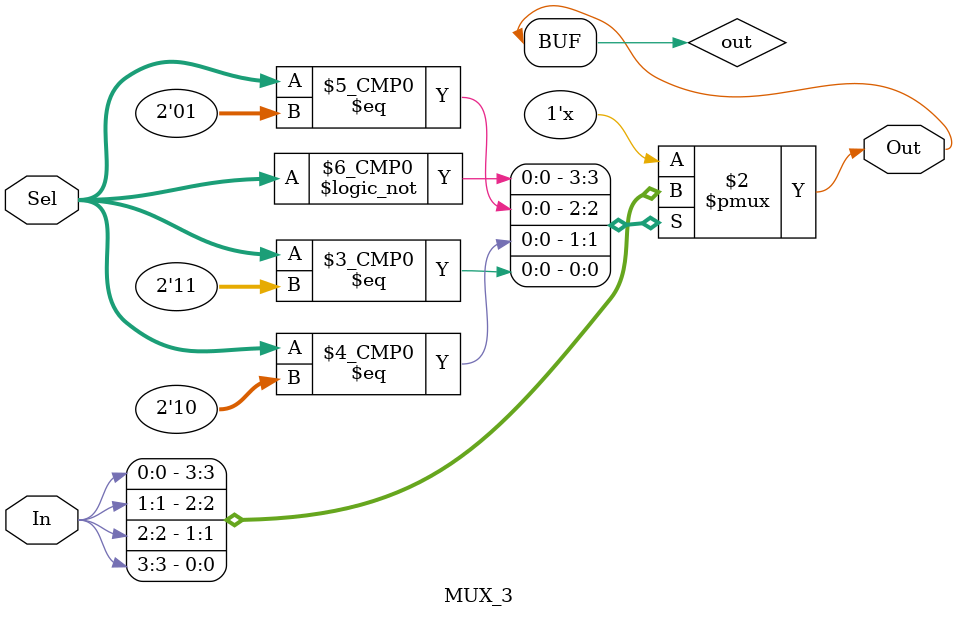
<source format=v>
`timescale 1ns / 1ps
module MUX_3(
    input [3:0] In,
    input [1:0] Sel,
    output Out
    );
	
	reg out;
	assign Out = out;
	
	always@(In or Sel)
		begin
			case(Sel)
				2'b00 : out = In[0];
				2'b01 : out = In[1];
				2'b10 : out = In[2];
				2'b11 : out = In[3];
			endcase
		end
endmodule

</source>
